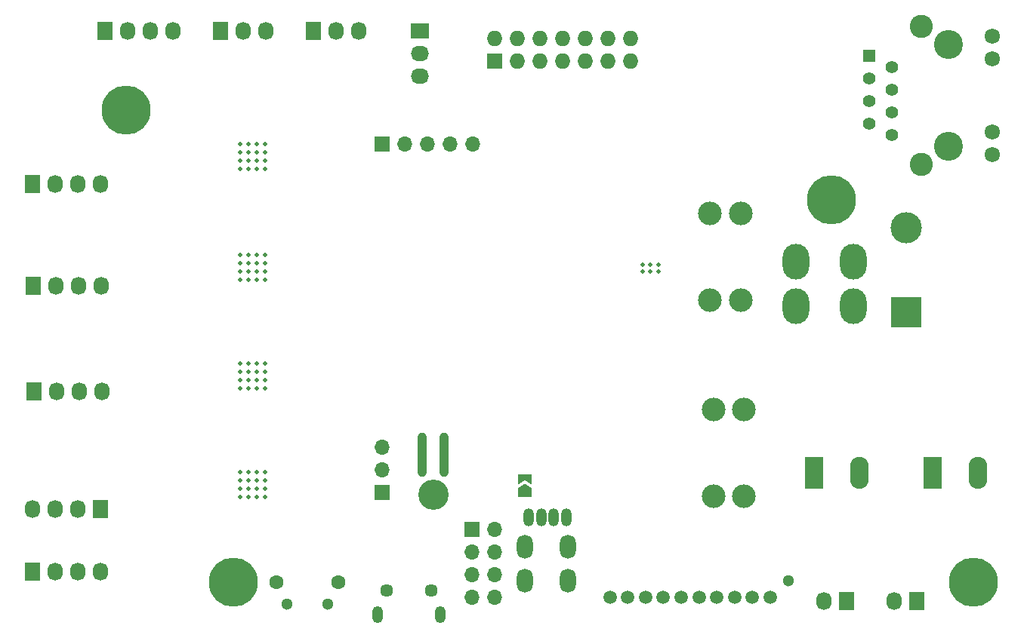
<source format=gbr>
%TF.GenerationSoftware,KiCad,Pcbnew,(6.0.2)*%
%TF.CreationDate,2022-04-18T10:54:02+08:00*%
%TF.ProjectId,BUDDY_v1.0.0,42554444-595f-4763-912e-302e302e6b69,v1.0.0*%
%TF.SameCoordinates,Original*%
%TF.FileFunction,Soldermask,Bot*%
%TF.FilePolarity,Negative*%
%FSLAX46Y46*%
G04 Gerber Fmt 4.6, Leading zero omitted, Abs format (unit mm)*
G04 Created by KiCad (PCBNEW (6.0.2)) date 2022-04-18 10:54:02*
%MOMM*%
%LPD*%
G01*
G04 APERTURE LIST*
G04 Aperture macros list*
%AMFreePoly0*
4,1,6,1.000000,0.000000,0.500000,-0.750000,-0.500000,-0.750000,-0.500000,0.750000,0.500000,0.750000,1.000000,0.000000,1.000000,0.000000,$1*%
%AMFreePoly1*
4,1,6,0.500000,-0.750000,-0.650000,-0.750000,-0.150000,0.000000,-0.650000,0.750000,0.500000,0.750000,0.500000,-0.750000,0.500000,-0.750000,$1*%
G04 Aperture macros list end*
%ADD10R,1.700000X1.700000*%
%ADD11O,1.700000X1.700000*%
%ADD12C,0.462500*%
%ADD13R,1.727200X1.727200*%
%ADD14O,1.727200X1.727200*%
%ADD15C,1.300000*%
%ADD16C,1.500000*%
%ADD17C,2.650000*%
%ADD18C,1.450000*%
%ADD19O,1.200000X1.900000*%
%ADD20R,1.727200X2.032000*%
%ADD21O,1.727200X2.032000*%
%ADD22C,5.500000*%
%ADD23R,2.100000X3.600000*%
%ADD24O,2.100000X3.600000*%
%ADD25C,1.600000*%
%ADD26O,1.200000X2.000000*%
%ADD27O,1.800000X2.700000*%
%ADD28O,1.000000X5.000000*%
%ADD29C,3.400000*%
%ADD30R,2.032000X1.727200*%
%ADD31O,2.032000X1.727200*%
%ADD32O,3.000000X4.000000*%
%ADD33C,3.250000*%
%ADD34C,1.400000*%
%ADD35R,1.400000X1.400000*%
%ADD36C,1.720000*%
%ADD37C,2.600000*%
%ADD38R,3.500000X3.500000*%
%ADD39C,3.500000*%
%ADD40FreePoly0,90.000000*%
%ADD41FreePoly1,90.000000*%
G04 APERTURE END LIST*
D10*
%TO.C,J21*%
X129413000Y-75057000D03*
D11*
X131953000Y-75057000D03*
X134493000Y-75057000D03*
X137033000Y-75057000D03*
X139573000Y-75057000D03*
%TD*%
D12*
%TO.C,U6*%
X114431500Y-114661500D03*
X113506500Y-111886500D03*
X113506500Y-112811500D03*
X115356500Y-112811500D03*
X116281500Y-112811500D03*
X116281500Y-113736500D03*
X114431500Y-113736500D03*
X116281500Y-111886500D03*
X115356500Y-113736500D03*
X115356500Y-114661500D03*
X113506500Y-114661500D03*
X113506500Y-113736500D03*
X114431500Y-112811500D03*
X115356500Y-111886500D03*
X114431500Y-111886500D03*
X116281500Y-114661500D03*
%TD*%
%TO.C,U7*%
X115356500Y-101554500D03*
X116281500Y-101554500D03*
X115356500Y-100629500D03*
X115356500Y-99704500D03*
X114431500Y-101554500D03*
X116281500Y-100629500D03*
X116281500Y-102479500D03*
X115356500Y-102479500D03*
X116281500Y-99704500D03*
X114431500Y-99704500D03*
X113506500Y-99704500D03*
X113506500Y-102479500D03*
X113506500Y-101554500D03*
X113506500Y-100629500D03*
X114431500Y-100629500D03*
X114431500Y-102479500D03*
%TD*%
%TO.C,U8*%
X116281500Y-77841500D03*
X115356500Y-75066500D03*
X115356500Y-77841500D03*
X113506500Y-75991500D03*
X116281500Y-75066500D03*
X115356500Y-76916500D03*
X115356500Y-75991500D03*
X113506500Y-77841500D03*
X114431500Y-75991500D03*
X114431500Y-75066500D03*
X114431500Y-77841500D03*
X113506500Y-76916500D03*
X114431500Y-76916500D03*
X116281500Y-75991500D03*
X113506500Y-75066500D03*
X116281500Y-76916500D03*
%TD*%
%TO.C,U9*%
X115356500Y-87512500D03*
X113506500Y-90287500D03*
X116281500Y-89362500D03*
X113506500Y-88437500D03*
X115356500Y-90287500D03*
X116281500Y-87512500D03*
X114431500Y-87512500D03*
X114431500Y-89362500D03*
X115356500Y-88437500D03*
X113506500Y-89362500D03*
X114431500Y-90287500D03*
X113506500Y-87512500D03*
X114431500Y-88437500D03*
X116281500Y-88437500D03*
X115356500Y-89362500D03*
X116281500Y-90287500D03*
%TD*%
D13*
%TO.C,J8*%
X141986000Y-65786000D03*
D14*
X141986000Y-63246000D03*
X144526000Y-65786000D03*
X144526000Y-63246000D03*
X147066000Y-65786000D03*
X147066000Y-63246000D03*
X149606000Y-65786000D03*
X149606000Y-63246000D03*
X152146000Y-65786000D03*
X152146000Y-63246000D03*
X154686000Y-65786000D03*
X154686000Y-63246000D03*
X157226000Y-65786000D03*
X157226000Y-63246000D03*
%TD*%
D10*
%TO.C,J1*%
X129413000Y-114173000D03*
D11*
X129413000Y-111633000D03*
X129413000Y-109093000D03*
%TD*%
D15*
%TO.C,J23*%
X174940000Y-124084000D03*
D16*
X154940000Y-125984000D03*
X156940000Y-125984000D03*
X158940000Y-125984000D03*
X160940000Y-125984000D03*
X162940000Y-125984000D03*
X164940000Y-125984000D03*
X166940000Y-125984000D03*
X168940000Y-125984000D03*
X170940000Y-125984000D03*
X172940000Y-125984000D03*
%TD*%
D10*
%TO.C,J10*%
X139446000Y-118364000D03*
D11*
X141986000Y-118364000D03*
X139446000Y-120904000D03*
X141986000Y-120904000D03*
X139446000Y-123444000D03*
X141986000Y-123444000D03*
X139446000Y-125984000D03*
X141986000Y-125984000D03*
%TD*%
D17*
%TO.C,F3*%
X169594000Y-82887000D03*
X166194000Y-82887000D03*
X169594000Y-92627000D03*
X166194000Y-92627000D03*
%TD*%
D18*
%TO.C,J2*%
X134926000Y-125160000D03*
D19*
X135926000Y-127860000D03*
X128926000Y-127860000D03*
D18*
X129926000Y-125160000D03*
%TD*%
D20*
%TO.C,J7*%
X98298000Y-62357000D03*
D21*
X100838000Y-62357000D03*
X103378000Y-62357000D03*
X105918000Y-62357000D03*
%TD*%
D20*
%TO.C,J9*%
X111252000Y-62357000D03*
D21*
X113792000Y-62357000D03*
X116332000Y-62357000D03*
%TD*%
D22*
%TO.C,J17*%
X100702000Y-71285000D03*
%TD*%
%TO.C,J18*%
X112702000Y-124285000D03*
%TD*%
%TO.C,J19*%
X195702000Y-124285000D03*
%TD*%
D20*
%TO.C,P1*%
X121666000Y-62357000D03*
D21*
X124206000Y-62357000D03*
X126746000Y-62357000D03*
%TD*%
D20*
%TO.C,P3*%
X181483000Y-126365000D03*
D21*
X178943000Y-126365000D03*
%TD*%
D20*
%TO.C,P4*%
X189357000Y-126365000D03*
D21*
X186817000Y-126365000D03*
%TD*%
D23*
%TO.C,P5*%
X177800000Y-112014000D03*
D24*
X182880000Y-112014000D03*
%TD*%
D23*
%TO.C,P6*%
X191135000Y-112014000D03*
D24*
X196215000Y-112014000D03*
%TD*%
D20*
%TO.C,P8*%
X90390000Y-102838000D03*
D21*
X92930000Y-102838000D03*
X95470000Y-102838000D03*
X98010000Y-102838000D03*
%TD*%
D20*
%TO.C,P9*%
X90170000Y-79538000D03*
D21*
X92710000Y-79538000D03*
X95250000Y-79538000D03*
X97790000Y-79538000D03*
%TD*%
D20*
%TO.C,P10*%
X90290000Y-90938000D03*
D21*
X92830000Y-90938000D03*
X95370000Y-90938000D03*
X97910000Y-90938000D03*
%TD*%
D15*
%TO.C,SW1*%
X123291600Y-126746000D03*
X118770400Y-126746000D03*
D25*
X124536200Y-124256800D03*
X117525800Y-124256800D03*
%TD*%
D26*
%TO.C,J20*%
X150055000Y-116969000D03*
X148655000Y-116969000D03*
X147255000Y-116969000D03*
X145855000Y-116969000D03*
D27*
X145385000Y-124079000D03*
X150225000Y-124079000D03*
X145385000Y-120239000D03*
X150225000Y-120239000D03*
%TD*%
D28*
%TO.C,apendix*%
X136328000Y-109963000D03*
X133928000Y-109963000D03*
D29*
X135128000Y-114463000D03*
%TD*%
D30*
%TO.C,P2*%
X133604000Y-62357000D03*
D31*
X133604000Y-64897000D03*
X133604000Y-67437000D03*
%TD*%
D32*
%TO.C,J5*%
X175768000Y-93305000D03*
X175768000Y-88305000D03*
%TD*%
%TO.C,J4*%
X182252000Y-93305000D03*
X182252000Y-88305000D03*
%TD*%
D33*
%TO.C,J3*%
X192913000Y-75311000D03*
X192913000Y-63881000D03*
D34*
X186563000Y-74046000D03*
X184023000Y-72776000D03*
X186563000Y-71506000D03*
X184023000Y-70236000D03*
X186563000Y-68966000D03*
X184023000Y-67696000D03*
X186563000Y-66426000D03*
D35*
X184023000Y-65156000D03*
D36*
X197813000Y-76221000D03*
X197813000Y-73681000D03*
X197813000Y-65511000D03*
X197813000Y-62971000D03*
D37*
X189863000Y-77341000D03*
X189863000Y-61851000D03*
%TD*%
D22*
%TO.C,J16*%
X179782000Y-81285000D03*
%TD*%
D17*
%TO.C,F1*%
X166575000Y-114598000D03*
X169975000Y-114598000D03*
X169975000Y-104858000D03*
X166575000Y-104858000D03*
%TD*%
D12*
%TO.C,*%
X158619711Y-88625317D03*
%TD*%
D38*
%TO.C,U99*%
X188200000Y-93950000D03*
D39*
X188200000Y-84450000D03*
%TD*%
D12*
%TO.C,*%
X160381500Y-88625317D03*
%TD*%
%TO.C,*%
X158616342Y-89375317D03*
%TD*%
D20*
%TO.C,P7*%
X97800000Y-116010000D03*
D21*
X95260000Y-116010000D03*
X92720000Y-116010000D03*
X90180000Y-116010000D03*
%TD*%
D12*
%TO.C,*%
X159500000Y-89375317D03*
%TD*%
%TO.C,*%
X159500000Y-88625317D03*
%TD*%
%TO.C,*%
X160378131Y-89375317D03*
%TD*%
D20*
%TO.C,P99*%
X90180000Y-123048000D03*
D21*
X92720000Y-123048000D03*
X95260000Y-123048000D03*
X97800000Y-123048000D03*
%TD*%
D40*
%TO.C,JP1*%
X145415000Y-114136000D03*
D41*
X145415000Y-112686000D03*
%TD*%
M02*

</source>
